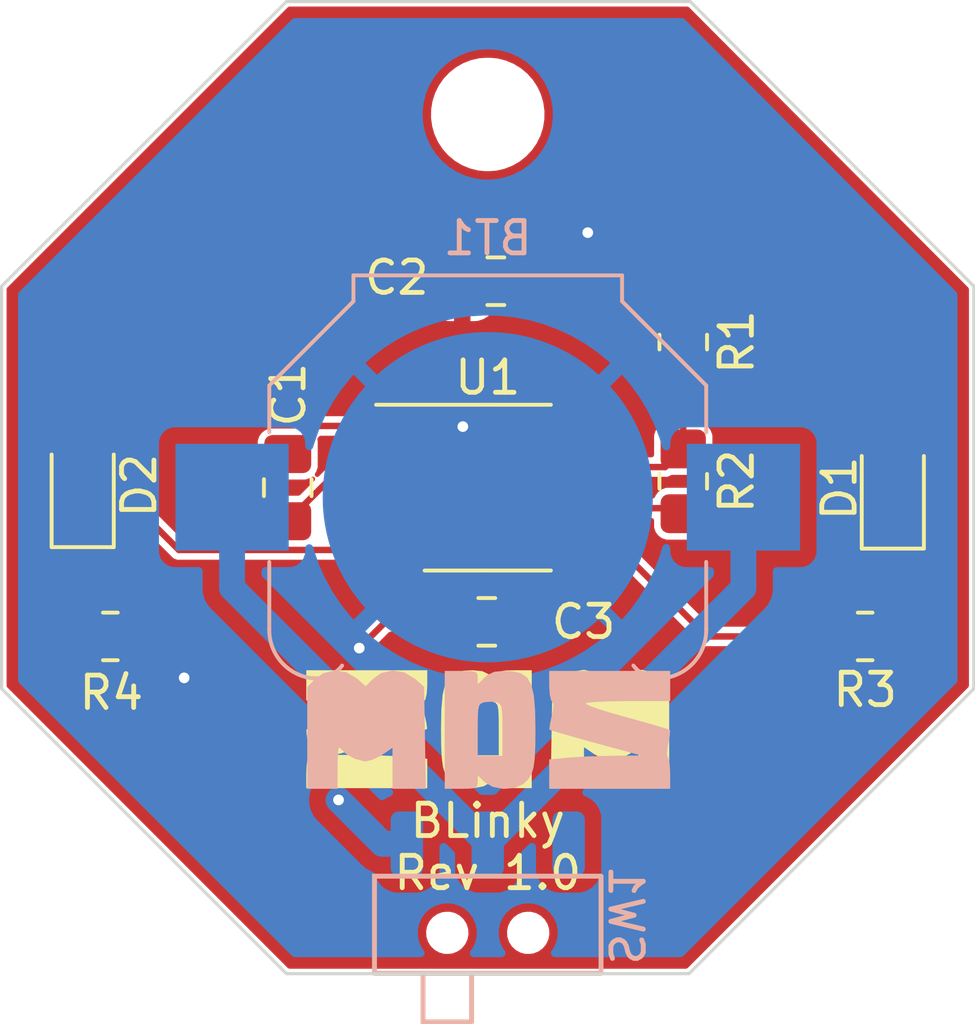
<source format=kicad_pcb>
(kicad_pcb (version 20211014) (generator pcbnew)
  (layers (0 "F.Cu" signal) (31 "B.Cu" signal) (34 "B.Paste" user) (35 "F.Paste" user) (36 "B.SilkS" user "B.Silkscreen") (37 "F.SilkS" user "F.Silkscreen") (38 "B.Mask" user) (39 "F.Mask" user) (44 "Edge.Cuts" user))
  (net 0 "")
  (net 1 "Net-(BT1-Pad1)")
  (net 2 "GND")
  (net 3 "Net-(C1-Pad1)")
  (net 4 "/VCC")
  (net 5 "Net-(C3-Pad1)")
  (net 6 "Net-(D1-Pad1)")
  (net 7 "Net-(D2-Pad1)")
  (net 8 "Net-(D2-Pad2)")
  (net 9 "Net-(R1-Pad2)")
  (footprint "Resistor_SMD:R_0805_2012Metric_Pad1.20x1.40mm_HandSolder" (layer "F.Cu") (at 204.71 58.29 180)
    (fp_text reference "R3" (at 0 -1.65) (layer "F.SilkS"))
    (fp_text value "200Ω")
    (fp_line (start -0.227064 0.735) (end 0.227064 0.735) (layer "F.SilkS") (width 0.12))
    (fp_line (start -0.227064 -0.735) (end 0.227064 -0.735) (layer "F.SilkS") (width 0.12))
    (pad "1" smd roundrect (at -1 0 180) (size 1.2 1.4) (layers "F.Cu" "F.Paste" "F.Mask") (roundrect_rratio 0.2083333333) (net 6 "Net-(D1-Pad1)"))
    (pad "2" smd roundrect (at 1 0 180) (size 1.2 1.4) (layers "F.Cu" "F.Paste" "F.Mask") (roundrect_rratio 0.2083333333) (net 8 "Net-(D2-Pad2)"))
  )
  (footprint "MountingHole:MountingHole_3mm" (layer "F.Cu") (at 193.05 42.17)
    (property "Reference" "H?")
    (property "Value" "MountingHole")
    (fp_text reference "H1" hide)
    (fp_text value "MountingHole")
    (pad "" np_thru_hole circle (at 0 0) (size 3 3) (drill 3) (layers *.Cu *.Mask))
  )
  (footprint "Capacitor_SMD:C_0805_2012Metric_Pad1.18x1.45mm_HandSolder" (layer "F.Cu") (at 186.87 53.695 90)
    (fp_text reference "C1" (at 2.87 0.02 90) (layer "F.SilkS"))
    (fp_text value "300nF")
    (fp_line (start -0.261252 -0.735) (end 0.261252 -0.735) (layer "F.SilkS") (width 0.12))
    (fp_line (start -0.261252 0.735) (end 0.261252 0.735) (layer "F.SilkS") (width 0.12))
    (pad "1" smd roundrect (at -1.0375 0 90) (size 1.175 1.45) (layers "F.Cu" "F.Paste" "F.Mask") (roundrect_rratio 0.2127659574) (net 3 "Net-(C1-Pad1)"))
    (pad "2" smd roundrect (at 1.0375 0 90) (size 1.175 1.45) (layers "F.Cu" "F.Paste" "F.Mask") (roundrect_rratio 0.2127659574) (net 2 "GND"))
  )
  (footprint "Blinky_ZAM:ZAM_LOGO_440" (layer "F.Cu") (at 193.05 61.112866)
    (fp_text reference "LG2" hide)
    (fp_text value "LOGO" hide)
    (fp_poly (pts (xy 3.322904 -1.710049) (xy 3.564177 -1.54073) (xy 3.802242 -1.303459) (xy 4.068682 -1.54073) (xy 4.402958 -1.739053) (xy 4.768241 -1.792194) (xy 5.121251 -1.7005) (xy 5.358375 -1.530513) (xy 5.606689 -1.283026) (xy 5.606689 1.862666) (xy 4.672241 1.862666) (xy 4.669658 1.164166) (xy 4.662819 0.820291) (xy 4.643847 0.630626) (xy 4.610337 0.580323) (xy 4.580486 0.613835) (xy 4.405484 0.78927) (xy 4.139112 0.935464) (xy 3.859551 1.012319) (xy 3.796341 1.016) (xy 3.5984 0.969188) (xy 3.354601 0.852379) (xy 3.282424 0.806884) (xy 2.973245 0.597769) (xy 2.973245 1.862666) (xy 1.94334 1.862666) (xy 1.969831 0.289202) (xy 1.996322 -1.284261) (xy 2.273749 -1.531131) (xy 2.609132 -1.733202) (xy 2.973037 -1.792946)) (layer "F.SilkS") (width 0) (fill solid))
    (fp_poly (pts (xy -1.868896 -1.319389) (xy -1.884286 -1.059875) (xy -1.92388 -0.880191) (xy -1.959908 -0.830542) (xy -2.004486 -0.74643) (xy -1.980759 -0.534015) (xy -1.949003 -0.39691) (xy -1.896092 -0.157784) (xy -1.874563 0.003135) (xy -1.879452 0.038743) (xy -1.968046 0.070611) (xy -2.193277 0.138712) (xy -2.52776 0.235127) (xy -2.944112 0.351932) (xy -3.313266 0.453514) (xy -4.714715 0.836028) (xy -3.865217 0.841949) (xy -3.419006 0.850489) (xy -2.959163 0.868183) (xy -2.562557 0.891795) (xy -2.442307 0.901845) (xy -1.868896 0.955819) (xy -1.868896 1.862666) (xy -5.606688 1.862666) (xy -5.606688 1.401996) (xy -5.594201 1.138407) (xy -5.562085 0.951359) (xy -5.533069 0.895979) (xy -5.506371 0.793553) (xy -5.524167 0.585614) (xy -5.547352 0.467773) (xy -5.591758 0.232944) (xy -5.603659 0.076166) (xy -5.595821 0.045612) (xy -5.504524 0.011219) (xy -5.277477 -0.05861) (xy -4.943064 -0.155583) (xy -4.529671 -0.271407) (xy -4.226654 -0.35434) (xy -3.768957 -0.483779) (xy -3.398593 -0.599063) (xy -3.137018 -0.692761) (xy -3.005692 -0.757443) (xy -2.998795 -0.779531) (xy -3.116269 -0.802447) (xy -3.370726 -0.821963) (xy -3.729262 -0.836479) (xy -4.15897 -0.844397) (xy -4.353678 -0.845371) (xy -5.606688 -0.846667) (xy -5.606688 -1.778) (xy -1.868896 -1.778)) (layer "F.SilkS") (width 0) (fill solid))
    (fp_poly (pts (xy 1.359198 1.862666) (xy 0.849499 1.862666) (xy 0.566931 1.85806) (xy 0.414364 1.833409) (xy 0.35194 1.772462) (xy 0.339804 1.658968) (xy 0.3398 1.654848) (xy 0.3398 1.44703) (xy 0.131287 1.654848) (xy -0.123592 1.804599) (xy -0.45542 1.867215) (xy -0.793478 1.839304) (xy -1.067048 1.717474) (xy -1.073167 1.712617) (xy -1.215101 1.578583) (xy -1.31608 1.422277) (xy -1.382788 1.21364) (xy -1.421905 0.922613) (xy -1.425332 0.846666) (xy -0.424749 0.846666) (xy 0.3398 0.846666) (xy 0.3398 0.043946) (xy 0.337762 -0.329222) (xy 0.3262 -0.566906) (xy 0.296945 -0.702948) (xy 0.241825 -0.771192) (xy 0.152672 -0.805482) (xy 0.133556 -0.810366) (xy -0.102097 -0.829269) (xy -0.248718 -0.806273) (xy -0.331093 -0.766631) (xy -0.382889 -0.688347) (xy -0.411097 -0.537493) (xy -0.422707 -0.28014) (xy -0.424749 0.048038) (xy -0.424749 0.846666) (xy -1.425332 0.846666) (xy -1.440113 0.519139) (xy -1.444147 0.043694) (xy -1.433381 -0.563323) (xy -1.394021 -1.021745) (xy -1.315476 -1.351358) (xy -1.187155 -1.571946) (xy -0.998465 -1.703296) (xy -0.738816 -1.765192) (xy -0.468947 -1.778) (xy -0.170413 -1.750379) (xy 0.040677 -1.649989) (xy 0.131287 -1.570182) (xy 0.3398 -1.362364) (xy 0.3398 -1.570182) (xy 0.351096 -1.685393) (xy 0.411556 -1.747599) (xy 0.561037 -1.773051) (xy 0.839394 -1.777999) (xy 0.849499 -1.778) (xy 1.359198 -1.778)) (layer "F.SilkS") (width 0) (fill solid))
  )
  (footprint "Capacitor_SMD:C_0805_2012Metric_Pad1.18x1.45mm_HandSolder" (layer "F.Cu") (at 193.02 57.84 180)
    (fp_text reference "C3" (at -2.99 0) (layer "F.SilkS"))
    (fp_text value "100nF")
    (fp_line (start -0.261252 -0.735) (end 0.261252 -0.735) (layer "F.SilkS") (width 0.12))
    (fp_line (start -0.261252 0.735) (end 0.261252 0.735) (layer "F.SilkS") (width 0.12))
    (pad "1" smd roundrect (at -1.0375 0 180) (size 1.175 1.45) (layers "F.Cu" "F.Paste" "F.Mask") (roundrect_rratio 0.2127659574) (net 5 "Net-(C3-Pad1)"))
    (pad "2" smd roundrect (at 1.0375 0 180) (size 1.175 1.45) (layers "F.Cu" "F.Paste" "F.Mask") (roundrect_rratio 0.2127659574) (net 2 "GND"))
  )
  (footprint "Resistor_SMD:R_0805_2012Metric_Pad1.20x1.40mm_HandSolder" (layer "F.Cu") (at 199.09 49.2 -90)
    (fp_text reference "R1" (at 0 -1.65 90) (layer "F.SilkS"))
    (fp_text value "10kΩ")
    (fp_line (start -0.227064 0.735) (end 0.227064 0.735) (layer "F.SilkS") (width 0.12))
    (fp_line (start -0.227064 -0.735) (end 0.227064 -0.735) (layer "F.SilkS") (width 0.12))
    (pad "1" smd roundrect (at -1 0 270) (size 1.2 1.4) (layers "F.Cu" "F.Paste" "F.Mask") (roundrect_rratio 0.2083333333) (net 4 "/VCC"))
    (pad "2" smd roundrect (at 1 0 270) (size 1.2 1.4) (layers "F.Cu" "F.Paste" "F.Mask") (roundrect_rratio 0.2083333333) (net 9 "Net-(R1-Pad2)"))
  )
  (footprint "Resistor_SMD:R_0805_2012Metric_Pad1.20x1.40mm_HandSolder" (layer "F.Cu") (at 181.39 58.29)
    (fp_text reference "R4" (at 0.03 1.74) (layer "F.SilkS"))
    (fp_text value "200Ω")
    (fp_line (start -0.227064 -0.735) (end 0.227064 -0.735) (layer "F.SilkS") (width 0.12))
    (fp_line (start -0.227064 0.735) (end 0.227064 0.735) (layer "F.SilkS") (width 0.12))
    (pad "1" smd roundrect (at -1 0) (size 1.2 1.4) (layers "F.Cu" "F.Paste" "F.Mask") (roundrect_rratio 0.2083333333) (net 7 "Net-(D2-Pad1)"))
    (pad "2" smd roundrect (at 1 0) (size 1.2 1.4) (layers "F.Cu" "F.Paste" "F.Mask") (roundrect_rratio 0.2083333333) (net 2 "GND"))
  )
  (footprint "Capacitor_SMD:C_0805_2012Metric_Pad1.18x1.45mm_HandSolder" (layer "F.Cu") (at 193.3 47.32)
    (fp_text reference "C2" (at -3.06 -0.11) (layer "F.SilkS"))
    (fp_text value "100nF")
    (fp_line (start -0.261252 -0.735) (end 0.261252 -0.735) (layer "F.SilkS") (width 0.12))
    (fp_line (start -0.261252 0.735) (end 0.261252 0.735) (layer "F.SilkS") (width 0.12))
    (pad "1" smd roundrect (at -1.0375 0) (size 1.175 1.45) (layers "F.Cu" "F.Paste" "F.Mask") (roundrect_rratio 0.2127659574) (net 4 "/VCC"))
    (pad "2" smd roundrect (at 1.0375 0) (size 1.175 1.45) (layers "F.Cu" "F.Paste" "F.Mask") (roundrect_rratio 0.2127659574) (net 2 "GND"))
  )
  (footprint "LED_SMD:LED_0805_2012Metric_Pad1.15x1.40mm_HandSolder" (layer "F.Cu") (at 180.535 53.6725 90)
    (fp_text reference "D2" (at 0.0425 1.745 90) (layer "F.SilkS"))
    (fp_text value "LED")
    (fp_line (start -1.86 -0.96) (end -1.86 0.96) (layer "F.SilkS") (width 0.12))
    (fp_line (start 1 -0.96) (end -1.86 -0.96) (layer "F.SilkS") (width 0.12))
    (fp_line (start -1.86 0.96) (end 1 0.96) (layer "F.SilkS") (width 0.12))
    (pad "1" smd roundrect (at -1.025 0 90) (size 1.15 1.4) (layers "F.Cu" "F.Paste" "F.Mask") (roundrect_rratio 0.2173913043) (net 7 "Net-(D2-Pad1)"))
    (pad "2" smd roundrect (at 1.025 0 90) (size 1.15 1.4) (layers "F.Cu" "F.Paste" "F.Mask") (roundrect_rratio 0.2173913043) (net 8 "Net-(D2-Pad2)"))
  )
  (footprint "Package_SO:SOIC-8_3.9x4.9mm_P1.27mm" (layer "F.Cu") (at 193.05 53.695)
    (fp_text reference "U1" (at 0 -3.4) (layer "F.SilkS"))
    (fp_text value "TLC551CD‎")
    (fp_line (start 0 2.56) (end 1.95 2.56) (layer "F.SilkS") (width 0.12))
    (fp_line (start 0 -2.56) (end -3.45 -2.56) (layer "F.SilkS") (width 0.12))
    (fp_line (start 0 2.56) (end -1.95 2.56) (layer "F.SilkS") (width 0.12))
    (fp_line (start 0 -2.56) (end 1.95 -2.56) (layer "F.SilkS") (width 0.12))
    (pad "1" smd roundrect (at -2.475 -1.905) (size 1.95 0.6) (layers "F.Cu" "F.Paste" "F.Mask") (net 2 "GND"))
    (pad "2" smd roundrect (at -2.475 -0.635) (size 1.95 0.6) (layers "F.Cu" "F.Paste" "F.Mask") (net 3 "Net-(C1-Pad1)"))
    (pad "3" smd roundrect (at -2.475 0.635) (size 1.95 0.6) (layers "F.Cu" "F.Paste" "F.Mask") (net 8 "Net-(D2-Pad2)"))
    (pad "4" smd roundrect (at -2.475 1.905) (size 1.95 0.6) (layers "F.Cu" "F.Paste" "F.Mask") (net 4 "/VCC"))
    (pad "5" smd roundrect (at 2.475 1.905) (size 1.95 0.6) (layers "F.Cu" "F.Paste" "F.Mask") (net 5 "Net-(C3-Pad1)"))
    (pad "6" smd roundrect (at 2.475 0.635) (size 1.95 0.6) (layers "F.Cu" "F.Paste" "F.Mask") (net 3 "Net-(C1-Pad1)"))
    (pad "7" smd roundrect (at 2.475 -0.635) (size 1.95 0.6) (layers "F.Cu" "F.Paste" "F.Mask") (net 9 "Net-(R1-Pad2)"))
    (pad "8" smd roundrect (at 2.475 -1.905) (size 1.95 0.6) (layers "F.Cu" "F.Paste" "F.Mask") (net 4 "/VCC"))
  )
  (footprint "Resistor_SMD:R_0805_2012Metric_Pad1.20x1.40mm_HandSolder" (layer "F.Cu") (at 199.09 53.5 -90)
    (fp_text reference "R2" (at 0 -1.65 90) (layer "F.SilkS"))
    (fp_text value "1MΩ")
    (fp_line (start -0.227064 -0.735) (end 0.227064 -0.735) (layer "F.SilkS") (width 0.12))
    (fp_line (start -0.227064 0.735) (end 0.227064 0.735) (layer "F.SilkS") (width 0.12))
    (pad "1" smd roundrect (at -1 0 270) (size 1.2 1.4) (layers "F.Cu" "F.Paste" "F.Mask") (roundrect_rratio 0.2083333333) (net 9 "Net-(R1-Pad2)"))
    (pad "2" smd roundrect (at 1 0 270) (size 1.2 1.4) (layers "F.Cu" "F.Paste" "F.Mask") (roundrect_rratio 0.2083333333) (net 3 "Net-(C1-Pad1)"))
  )
  (footprint "LED_SMD:LED_0805_2012Metric_Pad1.15x1.40mm_HandSolder" (layer "F.Cu") (at 205.565 53.7175 90)
    (fp_text reference "D1" (at 0 -1.65 90) (layer "F.SilkS"))
    (fp_text value "LED")
    (fp_line (start -1.86 0.96) (end 1 0.96) (layer "F.SilkS") (width 0.12))
    (fp_line (start 1 -0.96) (end -1.86 -0.96) (layer "F.SilkS") (width 0.12))
    (fp_line (start -1.86 -0.96) (end -1.86 0.96) (layer "F.SilkS") (width 0.12))
    (pad "1" smd roundrect (at -1.025 0 90) (size 1.15 1.4) (layers "F.Cu" "F.Paste" "F.Mask") (roundrect_rratio 0.2173913043) (net 6 "Net-(D1-Pad1)"))
    (pad "2" smd roundrect (at 1.025 0 90) (size 1.15 1.4) (layers "F.Cu" "F.Paste" "F.Mask") (roundrect_rratio 0.2173913043) (net 4 "/VCC"))
  )
  (footprint "Blinky_ZAM:SSK-1202" (layer "B.Cu") (at 193.05 64.6944)
    (property "Reference" "SW?")
    (property "Value" "SW_SPDT")
    (fp_text reference "SW1" (at 4.26 2.2056 270 unlocked) (layer "B.SilkS") (effects (justify mirror)))
    (fp_text value "SW_SPDT")
    (fp_rect (start -3.500001 1) (end 3.500001 4) (layer "B.SilkS") (width 0.1524) (fill none))
    (fp_rect (start -2 5.499999) (end -0.5 4) (layer "B.SilkS") (width 0.1524) (fill none))
    (pad "" np_thru_hole circle (at -1.25 2.75) (size 0.8 0.8) (drill 0.8) (layers F&B.Cu *.Mask))
    (pad "" np_thru_hole circle (at 1.25 2.75) (size 0.8 0.8) (drill 0.8) (layers F&B.Cu *.Mask))
    (pad "1" smd roundrect (at -2.5 0) (size 1 2) (layers "B.Cu" "B.Paste" "B.Mask") (net 4 "/VCC"))
    (pad "2" smd roundrect (at 0 0) (size 1 2) (layers "B.Cu" "B.Paste" "B.Mask") (net 1 "Net-(BT1-Pad1)"))
    (pad "3" smd roundrect (at 2.5 0) (size 1 2) (layers "B.Cu" "B.Paste" "B.Mask"))
  )
  (footprint "Blinky_ZAM:ZAM_LOGO_440" (layer "B.Cu") (at 193.08 61.132866 180)
    (property "Reference" "LG?")
    (property "Value" "LOGO")
    (fp_text reference "LG1" hide)
    (fp_text value "LOGO" hide)
    (fp_poly (pts (xy -1.868896 1.319389) (xy -1.884286 1.059875) (xy -1.92388 0.880191) (xy -1.959908 0.830542) (xy -2.004486 0.74643) (xy -1.980759 0.534015) (xy -1.949003 0.39691) (xy -1.896092 0.157784) (xy -1.874563 -0.003135) (xy -1.879452 -0.038743) (xy -1.968046 -0.070611) (xy -2.193277 -0.138712) (xy -2.52776 -0.235127) (xy -2.944112 -0.351932) (xy -3.313266 -0.453514) (xy -4.714715 -0.836028) (xy -3.865217 -0.841949) (xy -3.419006 -0.850489) (xy -2.959163 -0.868183) (xy -2.562557 -0.891795) (xy -2.442307 -0.901845) (xy -1.868896 -0.955819) (xy -1.868896 -1.862666) (xy -5.606688 -1.862666) (xy -5.606688 -1.401996) (xy -5.594201 -1.138407) (xy -5.562085 -0.951359) (xy -5.533069 -0.895979) (xy -5.506371 -0.793553) (xy -5.524167 -0.585614) (xy -5.547352 -0.467773) (xy -5.591758 -0.232944) (xy -5.603659 -0.076166) (xy -5.595821 -0.045612) (xy -5.504524 -0.011219) (xy -5.277477 0.05861) (xy -4.943064 0.155583) (xy -4.529671 0.271407) (xy -4.226654 0.35434) (xy -3.768957 0.483779) (xy -3.398593 0.599063) (xy -3.137018 0.692761) (xy -3.005692 0.757443) (xy -2.998795 0.779531) (xy -3.116269 0.802447) (xy -3.370726 0.821963) (xy -3.729262 0.836479) (xy -4.15897 0.844397) (xy -4.353678 0.845371) (xy -5.606688 0.846667) (xy -5.606688 1.778) (xy -1.868896 1.778)) (layer "B.SilkS") (width 0) (fill solid))
    (fp_poly (pts (xy 3.322904 1.710049) (xy 3.564177 1.54073) (xy 3.802242 1.303459) (xy 4.068682 1.54073) (xy 4.402958 1.739053) (xy 4.768241 1.792194) (xy 5.121251 1.7005) (xy 5.358375 1.530513) (xy 5.606689 1.283026) (xy 5.606689 -1.862666) (xy 4.672241 -1.862666) (xy 4.669658 -1.164166) (xy 4.662819 -0.820291) (xy 4.643847 -0.630626) (xy 4.610337 -0.580323) (xy 4.580486 -0.613835) (xy 4.405484 -0.78927) (xy 4.139112 -0.935464) (xy 3.859551 -1.012319) (xy 3.796341 -1.016) (xy 3.5984 -0.969188) (xy 3.354601 -0.852379) (xy 3.282424 -0.806884) (xy 2.973245 -0.597769) (xy 2.973245 -1.862666) (xy 1.94334 -1.862666) (xy 1.969831 -0.289202) (xy 1.996322 1.284261) (xy 2.273749 1.531131) (xy 2.609132 1.733202) (xy 2.973037 1.792946)) (layer "B.SilkS") (width 0) (fill solid))
    (fp_poly (pts (xy 1.359198 -1.862666) (xy 0.849499 -1.862666) (xy 0.566931 -1.85806) (xy 0.414364 -1.833409) (xy 0.35194 -1.772462) (xy 0.339804 -1.658968) (xy 0.3398 -1.654848) (xy 0.3398 -1.44703) (xy 0.131287 -1.654848) (xy -0.123592 -1.804599) (xy -0.45542 -1.867215) (xy -0.793478 -1.839304) (xy -1.067048 -1.717474) (xy -1.073167 -1.712617) (xy -1.215101 -1.578583) (xy -1.31608 -1.422277) (xy -1.382788 -1.21364) (xy -1.421905 -0.922613) (xy -1.425332 -0.846666) (xy -0.424749 -0.846666) (xy 0.3398 -0.846666) (xy 0.3398 -0.043946) (xy 0.337762 0.329222) (xy 0.3262 0.566906) (xy 0.296945 0.702948) (xy 0.241825 0.771192) (xy 0.152672 0.805482) (xy 0.133556 0.810366) (xy -0.102097 0.829269) (xy -0.248718 0.806273) (xy -0.331093 0.766631) (xy -0.382889 0.688347) (xy -0.411097 0.537493) (xy -0.422707 0.28014) (xy -0.424749 -0.048038) (xy -0.424749 -0.846666) (xy -1.425332 -0.846666) (xy -1.440113 -0.519139) (xy -1.444147 -0.043694) (xy -1.433381 0.563323) (xy -1.394021 1.021745) (xy -1.315476 1.351358) (xy -1.187155 1.571946) (xy -0.998465 1.703296) (xy -0.738816 1.765192) (xy -0.468947 1.778) (xy -0.170413 1.750379) (xy 0.040677 1.649989) (xy 0.131287 1.570182) (xy 0.3398 1.362364) (xy 0.3398 1.570182) (xy 0.351096 1.685393) (xy 0.411556 1.747599) (xy 0.561037 1.773051) (xy 0.839394 1.777999) (xy 0.849499 1.778) (xy 1.359198 1.778)) (layer "B.SilkS") (width 0) (fill solid))
  )
  (footprint "Battery:BatteryHolder_Keystone_3000_1x12mm" (layer "B.Cu") (at 193.05 53.99 180)
    (fp_text reference "BT1" (at 0 8) (layer "B.SilkS") (effects (justify mirror)))
    (fp_text value "Battery_Cell")
    (fp_line (start 6.75 3.45) (end 6.75 2) (layer "B.SilkS") (width 0.12))
    (fp_line (start -6.75 3.45) (end -4.15 6.05) (layer "B.SilkS") (width 0.12))
    (fp_line (start 4.15 6.85) (end 4.15 6.05) (layer "B.SilkS") (width 0.12))
    (fp_line (start -4.15 6.05) (end -4.15 6.85) (layer "B.SilkS") (width 0.12))
    (fp_line (start -6.75 -2) (end -6.75 -4.1) (layer "B.SilkS") (width 0.12))
    (fp_line (start -6.75 2) (end -6.75 3.45) (layer "B.SilkS") (width 0.12))
    (fp_line (start 4.15 6.05) (end 6.75 3.45) (layer "B.SilkS") (width 0.12))
    (fp_line (start -4.15 6.85) (end 4.15 6.85) (layer "B.SilkS") (width 0.12))
    (fp_line (start 6.75 -2) (end 6.75 -4.1) (layer "B.SilkS") (width 0.12))
    (fp_arc (start 4.5 -5.2) (mid 4.90584 -5.514615) (end 5.414615 -5.58416) (layer "B.SilkS") (width 0.12))
    (fp_arc (start 5.3 -5.6) (mid 6.346016 -5.125305) (end 6.75 -4.05) (layer "B.SilkS") (width 0.12))
    (fp_arc (start -6.75 -4.05) (mid -6.346016 -5.125305) (end -5.3 -5.6) (layer "B.SilkS") (width 0.12))
    (fp_arc (start -5.414615 -5.58416) (mid -4.90584 -5.514615) (end -4.5 -5.2) (layer "B.SilkS") (width 0.12))
    (pad "1" smd rect (at 7.9 0 180) (size 3.5 3.3) (layers "B.Cu" "B.Paste" "B.Mask") (net 1 "Net-(BT1-Pad1)"))
    (pad "1" smd rect (at -7.9 0 180) (size 3.5 3.3) (layers "B.Cu" "B.Paste" "B.Mask") (net 1 "Net-(BT1-Pad1)"))
    (pad "2" smd circle (at 0 0 180) (size 10.2 10.2) (layers "B.Cu" "B.Mask") (net 2 "GND"))
  )
  (gr_poly (pts (xy 208.07 47.475) (xy 208.07 59.905) (xy 199.27 68.705) (xy 186.83 68.705) (xy 178.03 59.905) (xy 178.03 47.475) (xy 186.83 38.685) (xy 199.31 38.685)) (layer "Edge.Cuts") (width 0.1) (fill none))
  (gr_text "BLinky\nRev 1.0" (at 193.05 64.79) (layer "F.SilkS") (effects (font (size 1 1))))
  (segment (start 193.05 64.6944) (end 185.15 56.7944) (width 0.8) (layer "B.Cu") (net 1))
  (segment (start 193.05 64.6944) (end 200.95 56.7944) (width 0.8) (layer "B.Cu") (net 1))
  (segment (start 200.95 56.7944) (end 200.95 53.99) (width 0.8) (layer "B.Cu") (net 1))
  (segment (start 185.15 56.7944) (end 185.15 53.99) (width 0.8) (layer "B.Cu") (net 1))
  (segment (start 191.9825 57.84) (end 189.89 57.84) (width 0.2) (layer "F.Cu") (net 2))
  (segment (start 194.3375 47.32) (end 194.64 47.32) (width 0.4) (layer "F.Cu") (net 2))
  (segment (start 192.26 51.79) (end 192.28 51.81) (width 0.2) (layer "F.Cu") (net 2))
  (segment (start 194.64 47.32) (end 196.14 45.82) (width 0.4) (layer "F.Cu") (net 2))
  (segment (start 182.39 58.29) (end 183.67 59.57) (width 0.4) (layer "F.Cu") (net 2))
  (segment (start 187.7375 51.79) (end 190.575 51.79) (width 0.2) (layer "F.Cu") (net 2))
  (segment (start 189.89 57.84) (end 189.08 58.65) (width 0.2) (layer "F.Cu") (net 2))
  (segment (start 190.575 51.79) (end 192.26 51.79) (width 0.2) (layer "F.Cu") (net 2))
  (segment (start 186.87 52.6575) (end 187.7375 51.79) (width 0.2) (layer "F.Cu") (net 2))
  (via (at 189.08 58.65) (size 0.4) (drill 0.3302) (layers "F.Cu" "B.Cu") (net 2))
  (via (at 192.28 51.81) (size 0.4) (drill 0.3302) (layers "F.Cu" "B.Cu") (net 2))
  (via (at 183.67 59.57) (size 0.4) (drill 0.3302) (layers "F.Cu" "B.Cu") (net 2))
  (via (at 196.14 45.82) (size 0.4) (drill 0.3302) (layers "F.Cu" "B.Cu") (net 2))
  (segment (start 190.575 53.06) (end 188.5425 53.06) (width 0.2) (layer "F.Cu") (net 3))
  (segment (start 198.92 54.33) (end 199.09 54.5) (width 0.2) (layer "F.Cu") (net 3))
  (segment (start 190.575 53.06) (end 191.17452 53.65952) (width 0.2) (layer "F.Cu") (net 3))
  (segment (start 194.85452 53.65952) (end 195.525 54.33) (width 0.2) (layer "F.Cu") (net 3))
  (segment (start 188.5425 53.06) (end 186.87 54.7325) (width 0.2) (layer "F.Cu") (net 3))
  (segment (start 191.17452 53.65952) (end 194.85452 53.65952) (width 0.2) (layer "F.Cu") (net 3))
  (segment (start 195.525 54.33) (end 198.92 54.33) (width 0.2) (layer "F.Cu") (net 3))
  (via (at 188.44 63.34) (size 0.4) (drill 0.3302) (layers "F.Cu" "B.Cu") (net 4))
  (segment (start 189.7944 64.6944) (end 188.44 63.34) (width 0.8) (layer "B.Cu") (net 4))
  (segment (start 190.55 64.6944) (end 189.7944 64.6944) (width 0.8) (layer "B.Cu") (net 4))
  (segment (start 195.525 57.315) (end 195.525 55.6) (width 0.2) (layer "F.Cu") (net 5))
  (segment (start 194.0575 57.84) (end 195 57.84) (width 0.2) (layer "F.Cu") (net 5))
  (segment (start 195 57.84) (end 195.525 57.315) (width 0.2) (layer "F.Cu") (net 5))
  (segment (start 205.565 54.7425) (end 205.565 58.145) (width 0.2) (layer "F.Cu") (net 6))
  (segment (start 205.565 58.145) (end 205.71 58.29) (width 0.2) (layer "F.Cu") (net 6))
  (segment (start 180.535 58.145) (end 180.535 54.6975) (width 0.2) (layer "F.Cu") (net 7))
  (segment (start 180.39 58.29) (end 180.535 58.145) (width 0.2) (layer "F.Cu") (net 7))
  (segment (start 203.71 58.29) (end 199.825717 58.29) (width 0.2) (layer "F.Cu") (net 8))
  (segment (start 196.465717 54.93) (end 191.175 54.93) (width 0.2) (layer "F.Cu") (net 8))
  (segment (start 183.50702 55.61952) (end 188.27048 55.61952) (width 0.2) (layer "F.Cu") (net 8))
  (segment (start 188.27048 55.61952) (end 189.56 54.33) (width 0.2) (layer "F.Cu") (net 8))
  (segment (start 189.56 54.33) (end 190.575 54.33) (width 0.2) (layer "F.Cu") (net 8))
  (segment (start 199.825717 58.29) (end 196.465717 54.93) (width 0.2) (layer "F.Cu") (net 8))
  (segment (start 191.175 54.93) (end 190.575 54.33) (width 0.2) (layer "F.Cu") (net 8))
  (segment (start 180.535 52.6475) (end 183.50702 55.61952) (width 0.2) (layer "F.Cu") (net 8))
  (segment (start 199.09 50.2) (end 199.09 52.5) (width 0.2) (layer "F.Cu") (net 9))
  (segment (start 198.53 53.06) (end 195.525 53.06) (width 0.2) (layer "F.Cu") (net 9))
  (segment (start 199.09 52.5) (end 198.53 53.06) (width 0.2) (layer "F.Cu") (net 9))
  (zone (net 4) (net_name "/VCC") (layer "F.Cu") (connect_pads (clearance 0.1524)) (min_thickness 0.1524) (fill yes (thermal_gap 0.508) (thermal_bridge_width 0.508))
    (polygon (pts (xy 208.07 47.47) (xy 208.07 59.91) (xy 199.26 68.71) (xy 186.83 68.7) (xy 178.03 59.9) (xy 178.03 47.47) (xy 186.83 38.68) (xy 199.31 38.68)))
  )
  (zone (net 2) (net_name "GND") (layer "B.Cu") (connect_pads (clearance 0.508)) (min_thickness 0.254) (fill yes (thermal_gap 0.508) (thermal_bridge_width 0.508))
    (polygon (pts (xy 208.07 47.47) (xy 208.07 59.89) (xy 199.27 68.71) (xy 186.84 68.7) (xy 178.03 59.91) (xy 178.03 47.47) (xy 186.83 38.69) (xy 199.31 38.68)))
  )
)
</source>
